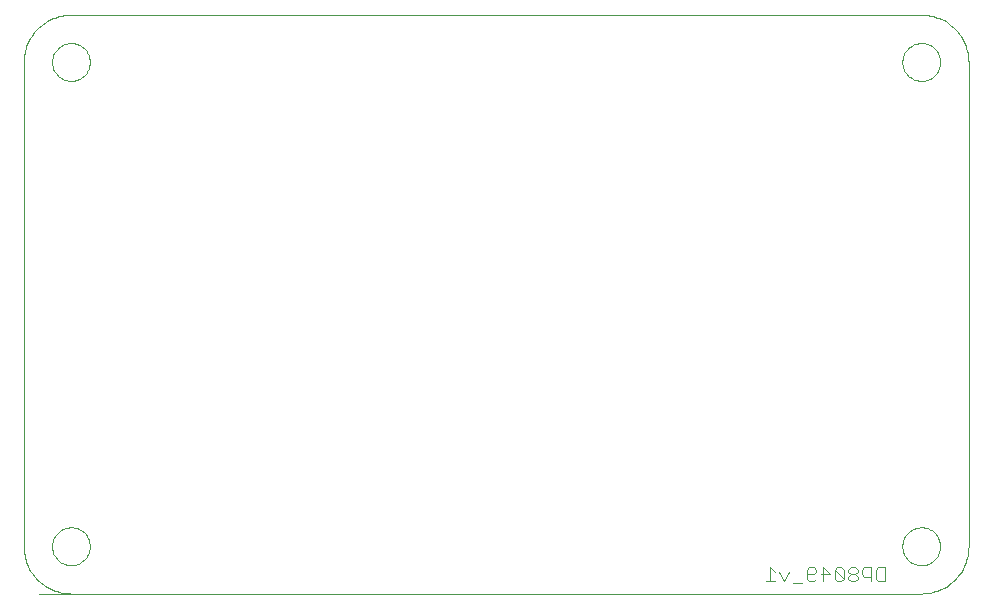
<source format=gbo>
G75*
G70*
%OFA0B0*%
%FSLAX24Y24*%
%IPPOS*%
%LPD*%
%AMOC8*
5,1,8,0,0,1.08239X$1,22.5*
%
%ADD10C,0.0000*%
%ADD11C,0.0040*%
D10*
X020305Y019017D02*
X048336Y019017D01*
X049726Y019017D02*
X021380Y019017D01*
X020750Y020592D02*
X020752Y020642D01*
X020758Y020692D01*
X020768Y020741D01*
X020782Y020789D01*
X020799Y020836D01*
X020820Y020881D01*
X020845Y020925D01*
X020873Y020966D01*
X020905Y021005D01*
X020939Y021042D01*
X020976Y021076D01*
X021016Y021106D01*
X021058Y021133D01*
X021102Y021157D01*
X021148Y021178D01*
X021195Y021194D01*
X021243Y021207D01*
X021293Y021216D01*
X021342Y021221D01*
X021393Y021222D01*
X021443Y021219D01*
X021492Y021212D01*
X021541Y021201D01*
X021589Y021186D01*
X021635Y021168D01*
X021680Y021146D01*
X021723Y021120D01*
X021764Y021091D01*
X021803Y021059D01*
X021839Y021024D01*
X021871Y020986D01*
X021901Y020946D01*
X021928Y020903D01*
X021951Y020859D01*
X021970Y020813D01*
X021986Y020765D01*
X021998Y020716D01*
X022006Y020667D01*
X022010Y020617D01*
X022010Y020567D01*
X022006Y020517D01*
X021998Y020468D01*
X021986Y020419D01*
X021970Y020371D01*
X021951Y020325D01*
X021928Y020281D01*
X021901Y020238D01*
X021871Y020198D01*
X021839Y020160D01*
X021803Y020125D01*
X021764Y020093D01*
X021723Y020064D01*
X021680Y020038D01*
X021635Y020016D01*
X021589Y019998D01*
X021541Y019983D01*
X021492Y019972D01*
X021443Y019965D01*
X021393Y019962D01*
X021342Y019963D01*
X021293Y019968D01*
X021243Y019977D01*
X021195Y019990D01*
X021148Y020006D01*
X021102Y020027D01*
X021058Y020051D01*
X021016Y020078D01*
X020976Y020108D01*
X020939Y020142D01*
X020905Y020179D01*
X020873Y020218D01*
X020845Y020259D01*
X020820Y020303D01*
X020799Y020348D01*
X020782Y020395D01*
X020768Y020443D01*
X020758Y020492D01*
X020752Y020542D01*
X020750Y020592D01*
X019805Y020592D02*
X019807Y020515D01*
X019813Y020438D01*
X019822Y020361D01*
X019835Y020285D01*
X019852Y020209D01*
X019873Y020135D01*
X019897Y020061D01*
X019925Y019989D01*
X019956Y019919D01*
X019991Y019850D01*
X020029Y019782D01*
X020070Y019717D01*
X020115Y019654D01*
X020163Y019593D01*
X020213Y019534D01*
X020266Y019478D01*
X020322Y019425D01*
X020381Y019375D01*
X020442Y019327D01*
X020505Y019282D01*
X020570Y019241D01*
X020638Y019203D01*
X020707Y019168D01*
X020777Y019137D01*
X020849Y019109D01*
X020923Y019085D01*
X020997Y019064D01*
X021073Y019047D01*
X021149Y019034D01*
X021226Y019025D01*
X021303Y019019D01*
X021380Y019017D01*
X019805Y020592D02*
X019805Y036734D01*
X020750Y036734D02*
X020752Y036784D01*
X020758Y036834D01*
X020768Y036883D01*
X020782Y036931D01*
X020799Y036978D01*
X020820Y037023D01*
X020845Y037067D01*
X020873Y037108D01*
X020905Y037147D01*
X020939Y037184D01*
X020976Y037218D01*
X021016Y037248D01*
X021058Y037275D01*
X021102Y037299D01*
X021148Y037320D01*
X021195Y037336D01*
X021243Y037349D01*
X021293Y037358D01*
X021342Y037363D01*
X021393Y037364D01*
X021443Y037361D01*
X021492Y037354D01*
X021541Y037343D01*
X021589Y037328D01*
X021635Y037310D01*
X021680Y037288D01*
X021723Y037262D01*
X021764Y037233D01*
X021803Y037201D01*
X021839Y037166D01*
X021871Y037128D01*
X021901Y037088D01*
X021928Y037045D01*
X021951Y037001D01*
X021970Y036955D01*
X021986Y036907D01*
X021998Y036858D01*
X022006Y036809D01*
X022010Y036759D01*
X022010Y036709D01*
X022006Y036659D01*
X021998Y036610D01*
X021986Y036561D01*
X021970Y036513D01*
X021951Y036467D01*
X021928Y036423D01*
X021901Y036380D01*
X021871Y036340D01*
X021839Y036302D01*
X021803Y036267D01*
X021764Y036235D01*
X021723Y036206D01*
X021680Y036180D01*
X021635Y036158D01*
X021589Y036140D01*
X021541Y036125D01*
X021492Y036114D01*
X021443Y036107D01*
X021393Y036104D01*
X021342Y036105D01*
X021293Y036110D01*
X021243Y036119D01*
X021195Y036132D01*
X021148Y036148D01*
X021102Y036169D01*
X021058Y036193D01*
X021016Y036220D01*
X020976Y036250D01*
X020939Y036284D01*
X020905Y036321D01*
X020873Y036360D01*
X020845Y036401D01*
X020820Y036445D01*
X020799Y036490D01*
X020782Y036537D01*
X020768Y036585D01*
X020758Y036634D01*
X020752Y036684D01*
X020750Y036734D01*
X019805Y036734D02*
X019807Y036811D01*
X019813Y036888D01*
X019822Y036965D01*
X019835Y037041D01*
X019852Y037117D01*
X019873Y037191D01*
X019897Y037265D01*
X019925Y037337D01*
X019956Y037407D01*
X019991Y037476D01*
X020029Y037544D01*
X020070Y037609D01*
X020115Y037672D01*
X020163Y037733D01*
X020213Y037792D01*
X020266Y037848D01*
X020322Y037901D01*
X020381Y037951D01*
X020442Y037999D01*
X020505Y038044D01*
X020570Y038085D01*
X020638Y038123D01*
X020707Y038158D01*
X020777Y038189D01*
X020849Y038217D01*
X020923Y038241D01*
X020997Y038262D01*
X021073Y038279D01*
X021149Y038292D01*
X021226Y038301D01*
X021303Y038307D01*
X021380Y038309D01*
X049726Y038309D01*
X049096Y036734D02*
X049098Y036784D01*
X049104Y036834D01*
X049114Y036883D01*
X049128Y036931D01*
X049145Y036978D01*
X049166Y037023D01*
X049191Y037067D01*
X049219Y037108D01*
X049251Y037147D01*
X049285Y037184D01*
X049322Y037218D01*
X049362Y037248D01*
X049404Y037275D01*
X049448Y037299D01*
X049494Y037320D01*
X049541Y037336D01*
X049589Y037349D01*
X049639Y037358D01*
X049688Y037363D01*
X049739Y037364D01*
X049789Y037361D01*
X049838Y037354D01*
X049887Y037343D01*
X049935Y037328D01*
X049981Y037310D01*
X050026Y037288D01*
X050069Y037262D01*
X050110Y037233D01*
X050149Y037201D01*
X050185Y037166D01*
X050217Y037128D01*
X050247Y037088D01*
X050274Y037045D01*
X050297Y037001D01*
X050316Y036955D01*
X050332Y036907D01*
X050344Y036858D01*
X050352Y036809D01*
X050356Y036759D01*
X050356Y036709D01*
X050352Y036659D01*
X050344Y036610D01*
X050332Y036561D01*
X050316Y036513D01*
X050297Y036467D01*
X050274Y036423D01*
X050247Y036380D01*
X050217Y036340D01*
X050185Y036302D01*
X050149Y036267D01*
X050110Y036235D01*
X050069Y036206D01*
X050026Y036180D01*
X049981Y036158D01*
X049935Y036140D01*
X049887Y036125D01*
X049838Y036114D01*
X049789Y036107D01*
X049739Y036104D01*
X049688Y036105D01*
X049639Y036110D01*
X049589Y036119D01*
X049541Y036132D01*
X049494Y036148D01*
X049448Y036169D01*
X049404Y036193D01*
X049362Y036220D01*
X049322Y036250D01*
X049285Y036284D01*
X049251Y036321D01*
X049219Y036360D01*
X049191Y036401D01*
X049166Y036445D01*
X049145Y036490D01*
X049128Y036537D01*
X049114Y036585D01*
X049104Y036634D01*
X049098Y036684D01*
X049096Y036734D01*
X049726Y038309D02*
X049803Y038307D01*
X049880Y038301D01*
X049957Y038292D01*
X050033Y038279D01*
X050109Y038262D01*
X050183Y038241D01*
X050257Y038217D01*
X050329Y038189D01*
X050399Y038158D01*
X050468Y038123D01*
X050536Y038085D01*
X050601Y038044D01*
X050664Y037999D01*
X050725Y037951D01*
X050784Y037901D01*
X050840Y037848D01*
X050893Y037792D01*
X050943Y037733D01*
X050991Y037672D01*
X051036Y037609D01*
X051077Y037544D01*
X051115Y037476D01*
X051150Y037407D01*
X051181Y037337D01*
X051209Y037265D01*
X051233Y037191D01*
X051254Y037117D01*
X051271Y037041D01*
X051284Y036965D01*
X051293Y036888D01*
X051299Y036811D01*
X051301Y036734D01*
X051301Y020592D01*
X049096Y020592D02*
X049098Y020642D01*
X049104Y020692D01*
X049114Y020741D01*
X049128Y020789D01*
X049145Y020836D01*
X049166Y020881D01*
X049191Y020925D01*
X049219Y020966D01*
X049251Y021005D01*
X049285Y021042D01*
X049322Y021076D01*
X049362Y021106D01*
X049404Y021133D01*
X049448Y021157D01*
X049494Y021178D01*
X049541Y021194D01*
X049589Y021207D01*
X049639Y021216D01*
X049688Y021221D01*
X049739Y021222D01*
X049789Y021219D01*
X049838Y021212D01*
X049887Y021201D01*
X049935Y021186D01*
X049981Y021168D01*
X050026Y021146D01*
X050069Y021120D01*
X050110Y021091D01*
X050149Y021059D01*
X050185Y021024D01*
X050217Y020986D01*
X050247Y020946D01*
X050274Y020903D01*
X050297Y020859D01*
X050316Y020813D01*
X050332Y020765D01*
X050344Y020716D01*
X050352Y020667D01*
X050356Y020617D01*
X050356Y020567D01*
X050352Y020517D01*
X050344Y020468D01*
X050332Y020419D01*
X050316Y020371D01*
X050297Y020325D01*
X050274Y020281D01*
X050247Y020238D01*
X050217Y020198D01*
X050185Y020160D01*
X050149Y020125D01*
X050110Y020093D01*
X050069Y020064D01*
X050026Y020038D01*
X049981Y020016D01*
X049935Y019998D01*
X049887Y019983D01*
X049838Y019972D01*
X049789Y019965D01*
X049739Y019962D01*
X049688Y019963D01*
X049639Y019968D01*
X049589Y019977D01*
X049541Y019990D01*
X049494Y020006D01*
X049448Y020027D01*
X049404Y020051D01*
X049362Y020078D01*
X049322Y020108D01*
X049285Y020142D01*
X049251Y020179D01*
X049219Y020218D01*
X049191Y020259D01*
X049166Y020303D01*
X049145Y020348D01*
X049128Y020395D01*
X049114Y020443D01*
X049104Y020492D01*
X049098Y020542D01*
X049096Y020592D01*
X049726Y019017D02*
X049803Y019019D01*
X049880Y019025D01*
X049957Y019034D01*
X050033Y019047D01*
X050109Y019064D01*
X050183Y019085D01*
X050257Y019109D01*
X050329Y019137D01*
X050399Y019168D01*
X050468Y019203D01*
X050536Y019241D01*
X050601Y019282D01*
X050664Y019327D01*
X050725Y019375D01*
X050784Y019425D01*
X050840Y019478D01*
X050893Y019534D01*
X050943Y019593D01*
X050991Y019654D01*
X051036Y019717D01*
X051077Y019782D01*
X051115Y019850D01*
X051150Y019919D01*
X051181Y019989D01*
X051209Y020061D01*
X051233Y020135D01*
X051254Y020209D01*
X051271Y020285D01*
X051284Y020361D01*
X051293Y020438D01*
X051299Y020515D01*
X051301Y020592D01*
D11*
X048525Y019891D02*
X048525Y019431D01*
X048295Y019431D01*
X048218Y019508D01*
X048218Y019815D01*
X048295Y019891D01*
X048525Y019891D01*
X048064Y019891D02*
X048064Y019431D01*
X048064Y019584D02*
X047834Y019584D01*
X047758Y019661D01*
X047758Y019815D01*
X047834Y019891D01*
X048064Y019891D01*
X047604Y019815D02*
X047604Y019738D01*
X047527Y019661D01*
X047374Y019661D01*
X047297Y019584D01*
X047297Y019508D01*
X047374Y019431D01*
X047527Y019431D01*
X047604Y019508D01*
X047604Y019584D01*
X047527Y019661D01*
X047374Y019661D02*
X047297Y019738D01*
X047297Y019815D01*
X047374Y019891D01*
X047527Y019891D01*
X047604Y019815D01*
X047144Y019815D02*
X047067Y019891D01*
X046914Y019891D01*
X046837Y019815D01*
X047144Y019508D01*
X047067Y019431D01*
X046914Y019431D01*
X046837Y019508D01*
X046837Y019815D01*
X046683Y019661D02*
X046376Y019661D01*
X046223Y019738D02*
X046146Y019661D01*
X045916Y019661D01*
X045916Y019508D02*
X045916Y019815D01*
X045993Y019891D01*
X046146Y019891D01*
X046223Y019815D01*
X046223Y019738D01*
X046223Y019508D02*
X046146Y019431D01*
X045993Y019431D01*
X045916Y019508D01*
X045763Y019354D02*
X045456Y019354D01*
X045149Y019431D02*
X044995Y019738D01*
X044842Y019738D02*
X044688Y019891D01*
X044688Y019431D01*
X044535Y019431D02*
X044842Y019431D01*
X045149Y019431D02*
X045302Y019738D01*
X046453Y019891D02*
X046453Y019431D01*
X046683Y019661D02*
X046453Y019891D01*
X047144Y019815D02*
X047144Y019508D01*
M02*

</source>
